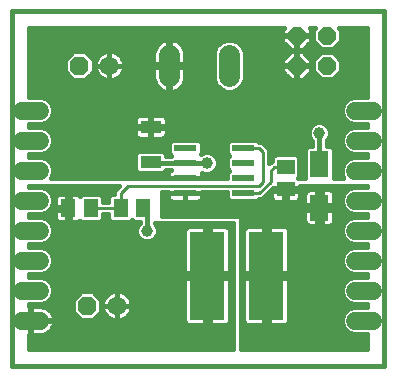
<source format=gtl>
G75*
%MOIN*%
%OFA0B0*%
%FSLAX25Y25*%
%IPPOS*%
%LPD*%
%AMOC8*
5,1,8,0,0,1.08239X$1,22.5*
%
%ADD10C,0.01600*%
%ADD11C,0.06000*%
%ADD12OC8,0.06300*%
%ADD13C,0.06300*%
%ADD14R,0.07100X0.04400*%
%ADD15R,0.06400X0.08600*%
%ADD16R,0.11800X0.29500*%
%ADD17R,0.07800X0.02200*%
%ADD18R,0.05118X0.05906*%
%ADD19R,0.05906X0.05118*%
%ADD20C,0.07050*%
%ADD21OC8,0.06000*%
%ADD22C,0.03962*%
%ADD23C,0.01000*%
D10*
X0008250Y0001800D02*
X0008250Y0119910D01*
X0132266Y0119910D01*
X0132266Y0001800D01*
X0008250Y0001800D01*
X0013850Y0007400D02*
X0013850Y0012000D01*
X0014300Y0012000D01*
X0014300Y0016600D01*
X0014700Y0016600D01*
X0014700Y0017000D01*
X0014300Y0017000D01*
X0014300Y0021600D01*
X0013850Y0021600D01*
X0013850Y0022200D01*
X0018415Y0022200D01*
X0020106Y0022900D01*
X0021400Y0024194D01*
X0022100Y0025885D01*
X0022100Y0027715D01*
X0021400Y0029406D01*
X0020106Y0030700D01*
X0018415Y0031400D01*
X0013850Y0031400D01*
X0013850Y0032200D01*
X0018415Y0032200D01*
X0020106Y0032900D01*
X0021400Y0034194D01*
X0022100Y0035885D01*
X0022100Y0037715D01*
X0021400Y0039406D01*
X0020106Y0040700D01*
X0018415Y0041400D01*
X0013850Y0041400D01*
X0013850Y0042200D01*
X0018415Y0042200D01*
X0020106Y0042900D01*
X0021400Y0044194D01*
X0022100Y0045885D01*
X0022100Y0047715D01*
X0021400Y0049406D01*
X0020106Y0050700D01*
X0018415Y0051400D01*
X0013850Y0051400D01*
X0013850Y0052200D01*
X0018415Y0052200D01*
X0020106Y0052900D01*
X0021400Y0054194D01*
X0022100Y0055885D01*
X0022100Y0057715D01*
X0021400Y0059406D01*
X0020106Y0060700D01*
X0018415Y0061400D01*
X0013850Y0061400D01*
X0013850Y0061800D01*
X0044030Y0061800D01*
X0043630Y0061400D01*
X0042400Y0060170D01*
X0042400Y0058853D01*
X0041288Y0058853D01*
X0040351Y0057915D01*
X0040351Y0056400D01*
X0038649Y0056400D01*
X0038649Y0057915D01*
X0037712Y0058853D01*
X0031268Y0058853D01*
X0030891Y0058476D01*
X0030674Y0058693D01*
X0030264Y0058930D01*
X0029806Y0059053D01*
X0027489Y0059053D01*
X0027489Y0054780D01*
X0026530Y0054780D01*
X0026530Y0059053D01*
X0024214Y0059053D01*
X0023756Y0058930D01*
X0023346Y0058693D01*
X0023010Y0058358D01*
X0022773Y0057948D01*
X0022651Y0057490D01*
X0022651Y0054780D01*
X0026530Y0054780D01*
X0026530Y0053820D01*
X0027489Y0053820D01*
X0027489Y0049547D01*
X0029806Y0049547D01*
X0030264Y0049670D01*
X0030674Y0049907D01*
X0030891Y0050124D01*
X0031268Y0049747D01*
X0037712Y0049747D01*
X0038649Y0050684D01*
X0038649Y0052200D01*
X0040351Y0052200D01*
X0040351Y0050684D01*
X0041288Y0049747D01*
X0047732Y0049747D01*
X0048250Y0050266D01*
X0048768Y0049747D01*
X0050850Y0049747D01*
X0050850Y0049464D01*
X0050214Y0048829D01*
X0049669Y0047512D01*
X0049669Y0046088D01*
X0050214Y0044771D01*
X0051221Y0043764D01*
X0052538Y0043219D01*
X0053962Y0043219D01*
X0055279Y0043764D01*
X0056286Y0044771D01*
X0056831Y0046088D01*
X0056831Y0047512D01*
X0056286Y0048829D01*
X0055814Y0049300D01*
X0082000Y0049300D01*
X0082000Y0007400D01*
X0013850Y0007400D01*
X0013850Y0008194D02*
X0082000Y0008194D01*
X0082000Y0009793D02*
X0013850Y0009793D01*
X0013850Y0011391D02*
X0082000Y0011391D01*
X0082000Y0012990D02*
X0020422Y0012990D01*
X0020627Y0013139D02*
X0021161Y0013673D01*
X0021605Y0014284D01*
X0021948Y0014957D01*
X0022182Y0015676D01*
X0022300Y0016422D01*
X0022300Y0016600D01*
X0014700Y0016600D01*
X0014700Y0012000D01*
X0017878Y0012000D01*
X0018624Y0012118D01*
X0019343Y0012352D01*
X0020016Y0012695D01*
X0020627Y0013139D01*
X0021760Y0014588D02*
X0082000Y0014588D01*
X0080740Y0015945D02*
X0080977Y0016355D01*
X0081100Y0016813D01*
X0081100Y0031000D01*
X0074200Y0031000D01*
X0074200Y0032600D01*
X0081100Y0032600D01*
X0081100Y0046787D01*
X0080977Y0047245D01*
X0080740Y0047655D01*
X0080405Y0047990D01*
X0079995Y0048227D01*
X0079537Y0048350D01*
X0074200Y0048350D01*
X0074200Y0032600D01*
X0072600Y0032600D01*
X0072600Y0048350D01*
X0067263Y0048350D01*
X0066805Y0048227D01*
X0066395Y0047990D01*
X0066060Y0047655D01*
X0065823Y0047245D01*
X0065700Y0046787D01*
X0065700Y0032600D01*
X0072600Y0032600D01*
X0072600Y0031000D01*
X0074200Y0031000D01*
X0074200Y0015250D01*
X0079537Y0015250D01*
X0079995Y0015373D01*
X0080405Y0015610D01*
X0080740Y0015945D01*
X0080880Y0016187D02*
X0082000Y0016187D01*
X0082000Y0017785D02*
X0081100Y0017785D01*
X0081100Y0019384D02*
X0082000Y0019384D01*
X0082000Y0020982D02*
X0081100Y0020982D01*
X0081100Y0022581D02*
X0082000Y0022581D01*
X0082000Y0024179D02*
X0081100Y0024179D01*
X0081100Y0025778D02*
X0082000Y0025778D01*
X0082000Y0027376D02*
X0081100Y0027376D01*
X0081100Y0028975D02*
X0082000Y0028975D01*
X0082000Y0030573D02*
X0081100Y0030573D01*
X0082000Y0032172D02*
X0074200Y0032172D01*
X0074200Y0033770D02*
X0072600Y0033770D01*
X0072600Y0032172D02*
X0013850Y0032172D01*
X0020232Y0030573D02*
X0065700Y0030573D01*
X0065700Y0031000D02*
X0065700Y0016813D01*
X0065823Y0016355D01*
X0066060Y0015945D01*
X0066395Y0015610D01*
X0066805Y0015373D01*
X0067263Y0015250D01*
X0072600Y0015250D01*
X0072600Y0031000D01*
X0065700Y0031000D01*
X0065700Y0028975D02*
X0021578Y0028975D01*
X0022100Y0027376D02*
X0065700Y0027376D01*
X0065700Y0025778D02*
X0046197Y0025778D01*
X0046475Y0025576D02*
X0045844Y0026034D01*
X0045150Y0026387D01*
X0044409Y0026628D01*
X0043640Y0026750D01*
X0043250Y0026750D01*
X0043250Y0021800D01*
X0048200Y0021800D01*
X0048200Y0022190D01*
X0048078Y0022959D01*
X0047837Y0023700D01*
X0047484Y0024394D01*
X0047026Y0025025D01*
X0046475Y0025576D01*
X0047593Y0024179D02*
X0065700Y0024179D01*
X0065700Y0022581D02*
X0048138Y0022581D01*
X0048200Y0021800D02*
X0043250Y0021800D01*
X0043250Y0021800D01*
X0043250Y0021800D01*
X0043250Y0016850D01*
X0043640Y0016850D01*
X0044409Y0016972D01*
X0045150Y0017213D01*
X0045844Y0017566D01*
X0046475Y0018024D01*
X0047026Y0018575D01*
X0047484Y0019206D01*
X0047837Y0019900D01*
X0048078Y0020641D01*
X0048200Y0021410D01*
X0048200Y0021800D01*
X0048132Y0020982D02*
X0065700Y0020982D01*
X0065700Y0019384D02*
X0047574Y0019384D01*
X0046145Y0017785D02*
X0065700Y0017785D01*
X0065920Y0016187D02*
X0022263Y0016187D01*
X0022300Y0017000D02*
X0022300Y0017178D01*
X0022182Y0017924D01*
X0021948Y0018643D01*
X0021605Y0019316D01*
X0021161Y0019927D01*
X0020627Y0020461D01*
X0020016Y0020905D01*
X0019343Y0021248D01*
X0018624Y0021482D01*
X0017878Y0021600D01*
X0014700Y0021600D01*
X0014700Y0017000D01*
X0022300Y0017000D01*
X0022204Y0017785D02*
X0030547Y0017785D01*
X0031282Y0017050D02*
X0035218Y0017050D01*
X0038000Y0019832D01*
X0038000Y0023768D01*
X0035218Y0026550D01*
X0031282Y0026550D01*
X0028500Y0023768D01*
X0028500Y0019832D01*
X0031282Y0017050D01*
X0028949Y0019384D02*
X0021556Y0019384D01*
X0019865Y0020982D02*
X0028500Y0020982D01*
X0028500Y0022581D02*
X0019334Y0022581D01*
X0021385Y0024179D02*
X0028912Y0024179D01*
X0030510Y0025778D02*
X0022056Y0025778D01*
X0014700Y0020982D02*
X0014300Y0020982D01*
X0014300Y0019384D02*
X0014700Y0019384D01*
X0014700Y0017785D02*
X0014300Y0017785D01*
X0014300Y0016187D02*
X0014700Y0016187D01*
X0014700Y0014588D02*
X0014300Y0014588D01*
X0014300Y0012990D02*
X0014700Y0012990D01*
X0035953Y0017785D02*
X0040355Y0017785D01*
X0040656Y0017566D02*
X0040025Y0018024D01*
X0039474Y0018575D01*
X0039016Y0019206D01*
X0038663Y0019900D01*
X0038422Y0020641D01*
X0038300Y0021410D01*
X0038300Y0021800D01*
X0043250Y0021800D01*
X0043250Y0021800D01*
X0043250Y0021800D01*
X0043250Y0026750D01*
X0042860Y0026750D01*
X0042091Y0026628D01*
X0041350Y0026387D01*
X0040656Y0026034D01*
X0040025Y0025576D01*
X0039474Y0025025D01*
X0039016Y0024394D01*
X0038663Y0023700D01*
X0038422Y0022959D01*
X0038300Y0022190D01*
X0038300Y0021800D01*
X0043250Y0021800D01*
X0043250Y0016850D01*
X0042860Y0016850D01*
X0042091Y0016972D01*
X0041350Y0017213D01*
X0040656Y0017566D01*
X0043250Y0017785D02*
X0043250Y0017785D01*
X0043250Y0019384D02*
X0043250Y0019384D01*
X0043250Y0020982D02*
X0043250Y0020982D01*
X0043250Y0022581D02*
X0043250Y0022581D01*
X0043250Y0024179D02*
X0043250Y0024179D01*
X0043250Y0025778D02*
X0043250Y0025778D01*
X0040303Y0025778D02*
X0035990Y0025778D01*
X0037588Y0024179D02*
X0038907Y0024179D01*
X0038362Y0022581D02*
X0038000Y0022581D01*
X0038000Y0020982D02*
X0038368Y0020982D01*
X0038926Y0019384D02*
X0037551Y0019384D01*
X0020976Y0033770D02*
X0065700Y0033770D01*
X0065700Y0035369D02*
X0021886Y0035369D01*
X0022100Y0036967D02*
X0065700Y0036967D01*
X0065700Y0038566D02*
X0021748Y0038566D01*
X0020641Y0040164D02*
X0065700Y0040164D01*
X0065700Y0041763D02*
X0013850Y0041763D01*
X0020567Y0043361D02*
X0052194Y0043361D01*
X0054306Y0043361D02*
X0065700Y0043361D01*
X0065700Y0044960D02*
X0056364Y0044960D01*
X0056831Y0046558D02*
X0065700Y0046558D01*
X0066683Y0048157D02*
X0056564Y0048157D01*
X0053250Y0046800D02*
X0053250Y0053040D01*
X0051990Y0054300D01*
X0048760Y0049755D02*
X0047740Y0049755D01*
X0049936Y0048157D02*
X0021917Y0048157D01*
X0021050Y0049755D02*
X0023608Y0049755D01*
X0023756Y0049670D02*
X0024214Y0049547D01*
X0026530Y0049547D01*
X0026530Y0053820D01*
X0022651Y0053820D01*
X0022651Y0051110D01*
X0022773Y0050652D01*
X0023010Y0050242D01*
X0023346Y0049907D01*
X0023756Y0049670D01*
X0022651Y0051354D02*
X0018526Y0051354D01*
X0020158Y0052952D02*
X0022651Y0052952D01*
X0021547Y0054551D02*
X0026530Y0054551D01*
X0026530Y0056149D02*
X0027489Y0056149D01*
X0027489Y0057748D02*
X0026530Y0057748D01*
X0022720Y0057748D02*
X0022086Y0057748D01*
X0022100Y0056149D02*
X0022651Y0056149D01*
X0026530Y0052952D02*
X0027489Y0052952D01*
X0027489Y0051354D02*
X0026530Y0051354D01*
X0026530Y0049755D02*
X0027489Y0049755D01*
X0030412Y0049755D02*
X0031260Y0049755D01*
X0037720Y0049755D02*
X0041280Y0049755D01*
X0040351Y0051354D02*
X0038649Y0051354D01*
X0038649Y0057748D02*
X0040351Y0057748D01*
X0042400Y0059346D02*
X0021424Y0059346D01*
X0019514Y0060945D02*
X0043175Y0060945D01*
X0049350Y0066787D02*
X0050287Y0065850D01*
X0058713Y0065850D01*
X0059650Y0066787D01*
X0059650Y0066900D01*
X0061148Y0066900D01*
X0061045Y0066840D01*
X0060710Y0066505D01*
X0060473Y0066095D01*
X0060350Y0065637D01*
X0060350Y0064300D01*
X0066050Y0064300D01*
X0071750Y0064300D01*
X0071750Y0065637D01*
X0071627Y0066095D01*
X0071626Y0066096D01*
X0072538Y0065719D01*
X0073962Y0065719D01*
X0075279Y0066264D01*
X0076286Y0067271D01*
X0076831Y0068588D01*
X0076831Y0070012D01*
X0076286Y0071329D01*
X0075279Y0072336D01*
X0073962Y0072881D01*
X0072538Y0072881D01*
X0071439Y0072426D01*
X0071550Y0072537D01*
X0071550Y0076063D01*
X0070613Y0077000D01*
X0061487Y0077000D01*
X0060550Y0076063D01*
X0060550Y0072537D01*
X0061287Y0071800D01*
X0061187Y0071700D01*
X0059650Y0071700D01*
X0059650Y0072513D01*
X0058713Y0073450D01*
X0050287Y0073450D01*
X0049350Y0072513D01*
X0049350Y0066787D01*
X0049350Y0067339D02*
X0022100Y0067339D01*
X0022100Y0067715D02*
X0022100Y0065885D01*
X0021443Y0064300D01*
X0066050Y0064300D01*
X0066050Y0064300D01*
X0079950Y0064300D01*
X0079950Y0066063D01*
X0080687Y0066800D01*
X0079950Y0067537D01*
X0079950Y0071063D01*
X0080687Y0071800D01*
X0079950Y0072537D01*
X0079950Y0076063D01*
X0080887Y0077000D01*
X0090013Y0077000D01*
X0090613Y0076400D01*
X0091620Y0076400D01*
X0092870Y0075150D01*
X0094100Y0073920D01*
X0094100Y0069370D01*
X0094880Y0070150D01*
X0094947Y0070150D01*
X0094947Y0071262D01*
X0095884Y0072199D01*
X0103115Y0072199D01*
X0104053Y0071262D01*
X0104053Y0064818D01*
X0103534Y0064300D01*
X0105950Y0064300D01*
X0105950Y0074063D01*
X0106887Y0075000D01*
X0108350Y0075000D01*
X0108350Y0076636D01*
X0107714Y0077271D01*
X0107169Y0078588D01*
X0107169Y0080012D01*
X0107714Y0081329D01*
X0108721Y0082336D01*
X0110038Y0082881D01*
X0111462Y0082881D01*
X0112779Y0082336D01*
X0113786Y0081329D01*
X0114331Y0080012D01*
X0114331Y0078588D01*
X0113786Y0077271D01*
X0113150Y0076636D01*
X0113150Y0075000D01*
X0114613Y0075000D01*
X0115550Y0074063D01*
X0115550Y0064300D01*
X0118807Y0064300D01*
X0118150Y0065885D01*
X0118150Y0067715D01*
X0118850Y0069406D01*
X0120144Y0070700D01*
X0121835Y0071400D01*
X0126666Y0071400D01*
X0126666Y0072200D01*
X0121835Y0072200D01*
X0120144Y0072900D01*
X0118850Y0074194D01*
X0118150Y0075885D01*
X0118150Y0077715D01*
X0118850Y0079406D01*
X0120144Y0080700D01*
X0121835Y0081400D01*
X0126666Y0081400D01*
X0126666Y0082200D01*
X0121835Y0082200D01*
X0120144Y0082900D01*
X0118850Y0084194D01*
X0118150Y0085885D01*
X0118150Y0087715D01*
X0118850Y0089406D01*
X0120144Y0090700D01*
X0121835Y0091400D01*
X0126666Y0091400D01*
X0126666Y0114310D01*
X0117245Y0114310D01*
X0117850Y0113705D01*
X0117850Y0109895D01*
X0115155Y0107200D01*
X0111345Y0107200D01*
X0108650Y0109895D01*
X0108650Y0113705D01*
X0109255Y0114310D01*
X0107528Y0114310D01*
X0108050Y0113788D01*
X0108050Y0112000D01*
X0103450Y0112000D01*
X0103450Y0111600D01*
X0108050Y0111600D01*
X0108050Y0109812D01*
X0105238Y0107000D01*
X0103450Y0107000D01*
X0103450Y0111600D01*
X0103050Y0111600D01*
X0103050Y0107000D01*
X0101262Y0107000D01*
X0098450Y0109812D01*
X0098450Y0111600D01*
X0103050Y0111600D01*
X0103050Y0112000D01*
X0098450Y0112000D01*
X0098450Y0113788D01*
X0098972Y0114310D01*
X0013850Y0114310D01*
X0013850Y0091400D01*
X0018415Y0091400D01*
X0020106Y0090700D01*
X0021400Y0089406D01*
X0022100Y0087715D01*
X0022100Y0085885D01*
X0021400Y0084194D01*
X0020106Y0082900D01*
X0018415Y0082200D01*
X0013850Y0082200D01*
X0013850Y0081400D01*
X0018415Y0081400D01*
X0020106Y0080700D01*
X0021400Y0079406D01*
X0022100Y0077715D01*
X0022100Y0075885D01*
X0021400Y0074194D01*
X0020106Y0072900D01*
X0018415Y0072200D01*
X0013850Y0072200D01*
X0013850Y0071400D01*
X0018415Y0071400D01*
X0020106Y0070700D01*
X0021400Y0069406D01*
X0022100Y0067715D01*
X0021594Y0068937D02*
X0049350Y0068937D01*
X0049350Y0070536D02*
X0020269Y0070536D01*
X0020938Y0073733D02*
X0060550Y0073733D01*
X0060953Y0072134D02*
X0059650Y0072134D01*
X0060550Y0075332D02*
X0021871Y0075332D01*
X0022100Y0076930D02*
X0061417Y0076930D01*
X0059490Y0078145D02*
X0059727Y0078555D01*
X0059850Y0079013D01*
X0059850Y0081150D01*
X0054800Y0081150D01*
X0054800Y0081750D01*
X0054200Y0081750D01*
X0054200Y0085450D01*
X0050713Y0085450D01*
X0050255Y0085327D01*
X0049845Y0085090D01*
X0049510Y0084755D01*
X0049273Y0084345D01*
X0049150Y0083887D01*
X0049150Y0081750D01*
X0054200Y0081750D01*
X0054200Y0081150D01*
X0054800Y0081150D01*
X0054800Y0077450D01*
X0058287Y0077450D01*
X0058745Y0077573D01*
X0059155Y0077810D01*
X0059490Y0078145D01*
X0059712Y0078529D02*
X0107193Y0078529D01*
X0108056Y0076930D02*
X0090083Y0076930D01*
X0092688Y0075332D02*
X0108350Y0075332D01*
X0105950Y0073733D02*
X0094100Y0073733D01*
X0094100Y0072134D02*
X0095820Y0072134D01*
X0094947Y0070536D02*
X0094100Y0070536D01*
X0103180Y0072134D02*
X0105950Y0072134D01*
X0105950Y0070536D02*
X0104053Y0070536D01*
X0104053Y0068937D02*
X0105950Y0068937D01*
X0105950Y0067339D02*
X0104053Y0067339D01*
X0104053Y0065740D02*
X0105950Y0065740D01*
X0104253Y0061800D02*
X0126666Y0061800D01*
X0126666Y0061400D01*
X0121835Y0061400D01*
X0120144Y0060700D01*
X0118850Y0059406D01*
X0118150Y0057715D01*
X0118150Y0055885D01*
X0118850Y0054194D01*
X0120144Y0052900D01*
X0121835Y0052200D01*
X0126666Y0052200D01*
X0126666Y0051400D01*
X0121835Y0051400D01*
X0120144Y0050700D01*
X0118850Y0049406D01*
X0118150Y0047715D01*
X0118150Y0045885D01*
X0118850Y0044194D01*
X0120144Y0042900D01*
X0121835Y0042200D01*
X0126666Y0042200D01*
X0126666Y0041400D01*
X0121835Y0041400D01*
X0120144Y0040700D01*
X0118850Y0039406D01*
X0118150Y0037715D01*
X0118150Y0035885D01*
X0118850Y0034194D01*
X0120144Y0032900D01*
X0121835Y0032200D01*
X0126666Y0032200D01*
X0126666Y0031400D01*
X0121835Y0031400D01*
X0120144Y0030700D01*
X0118850Y0029406D01*
X0118150Y0027715D01*
X0118150Y0025885D01*
X0118850Y0024194D01*
X0120144Y0022900D01*
X0121835Y0022200D01*
X0126666Y0022200D01*
X0126666Y0021400D01*
X0121835Y0021400D01*
X0120144Y0020700D01*
X0118850Y0019406D01*
X0118150Y0017715D01*
X0118150Y0015885D01*
X0118850Y0014194D01*
X0120144Y0012900D01*
X0121835Y0012200D01*
X0126666Y0012200D01*
X0126666Y0007400D01*
X0084500Y0007400D01*
X0084500Y0051800D01*
X0058250Y0051800D01*
X0058250Y0059700D01*
X0060350Y0059700D01*
X0060350Y0059300D01*
X0066050Y0059300D01*
X0071750Y0059300D01*
X0071750Y0059700D01*
X0079950Y0059700D01*
X0079950Y0057537D01*
X0080887Y0056600D01*
X0090013Y0056600D01*
X0090613Y0057200D01*
X0091620Y0057200D01*
X0095370Y0060950D01*
X0095459Y0061039D01*
X0099020Y0061039D01*
X0099020Y0060080D01*
X0094747Y0060080D01*
X0094747Y0057764D01*
X0094870Y0057306D01*
X0095107Y0056896D01*
X0095442Y0056560D01*
X0095852Y0056323D01*
X0096310Y0056201D01*
X0099020Y0056201D01*
X0099020Y0060080D01*
X0099980Y0060080D01*
X0099980Y0061039D01*
X0104253Y0061039D01*
X0104253Y0061800D01*
X0104253Y0060080D02*
X0104253Y0057764D01*
X0104130Y0057306D01*
X0103893Y0056896D01*
X0103558Y0056560D01*
X0103148Y0056323D01*
X0102690Y0056201D01*
X0099980Y0056201D01*
X0099980Y0060080D01*
X0104253Y0060080D01*
X0104253Y0059346D02*
X0105833Y0059346D01*
X0105873Y0059495D02*
X0105750Y0059037D01*
X0105750Y0055300D01*
X0109950Y0055300D01*
X0109950Y0060600D01*
X0107313Y0060600D01*
X0106855Y0060477D01*
X0106445Y0060240D01*
X0106110Y0059905D01*
X0105873Y0059495D01*
X0105750Y0057748D02*
X0104248Y0057748D01*
X0105750Y0056149D02*
X0058250Y0056149D01*
X0058250Y0054551D02*
X0109950Y0054551D01*
X0109950Y0055300D02*
X0109950Y0053700D01*
X0111550Y0053700D01*
X0111550Y0055300D01*
X0109950Y0055300D01*
X0109950Y0056149D02*
X0111550Y0056149D01*
X0111550Y0055300D02*
X0111550Y0060600D01*
X0114187Y0060600D01*
X0114645Y0060477D01*
X0115055Y0060240D01*
X0115390Y0059905D01*
X0115627Y0059495D01*
X0115750Y0059037D01*
X0115750Y0055300D01*
X0111550Y0055300D01*
X0111550Y0054551D02*
X0118703Y0054551D01*
X0118150Y0056149D02*
X0115750Y0056149D01*
X0115750Y0057748D02*
X0118164Y0057748D01*
X0118826Y0059346D02*
X0115667Y0059346D01*
X0111550Y0059346D02*
X0109950Y0059346D01*
X0109950Y0057748D02*
X0111550Y0057748D01*
X0111550Y0053700D02*
X0115750Y0053700D01*
X0115750Y0049963D01*
X0115627Y0049505D01*
X0115390Y0049095D01*
X0115055Y0048760D01*
X0114645Y0048523D01*
X0114187Y0048400D01*
X0111550Y0048400D01*
X0111550Y0053700D01*
X0111550Y0052952D02*
X0109950Y0052952D01*
X0109950Y0053700D02*
X0109950Y0048400D01*
X0107313Y0048400D01*
X0106855Y0048523D01*
X0106445Y0048760D01*
X0106110Y0049095D01*
X0105873Y0049505D01*
X0105750Y0049963D01*
X0105750Y0053700D01*
X0109950Y0053700D01*
X0109950Y0051354D02*
X0111550Y0051354D01*
X0111550Y0049755D02*
X0109950Y0049755D01*
X0105806Y0049755D02*
X0084500Y0049755D01*
X0084500Y0048157D02*
X0086383Y0048157D01*
X0086505Y0048227D02*
X0086095Y0047990D01*
X0085760Y0047655D01*
X0085523Y0047245D01*
X0085400Y0046787D01*
X0085400Y0032600D01*
X0092300Y0032600D01*
X0092300Y0048350D01*
X0086963Y0048350D01*
X0086505Y0048227D01*
X0085400Y0046558D02*
X0084500Y0046558D01*
X0084500Y0044960D02*
X0085400Y0044960D01*
X0085400Y0043361D02*
X0084500Y0043361D01*
X0084500Y0041763D02*
X0085400Y0041763D01*
X0085400Y0040164D02*
X0084500Y0040164D01*
X0084500Y0038566D02*
X0085400Y0038566D01*
X0085400Y0036967D02*
X0084500Y0036967D01*
X0084500Y0035369D02*
X0085400Y0035369D01*
X0085400Y0033770D02*
X0084500Y0033770D01*
X0084500Y0032172D02*
X0092300Y0032172D01*
X0092300Y0032600D02*
X0092300Y0031000D01*
X0093900Y0031000D01*
X0093900Y0032600D01*
X0100800Y0032600D01*
X0100800Y0046787D01*
X0100677Y0047245D01*
X0100440Y0047655D01*
X0100105Y0047990D01*
X0099695Y0048227D01*
X0099237Y0048350D01*
X0093900Y0048350D01*
X0093900Y0032600D01*
X0092300Y0032600D01*
X0092300Y0033770D02*
X0093900Y0033770D01*
X0093900Y0032172D02*
X0126666Y0032172D01*
X0120018Y0030573D02*
X0100800Y0030573D01*
X0100800Y0031000D02*
X0093900Y0031000D01*
X0093900Y0015250D01*
X0099237Y0015250D01*
X0099695Y0015373D01*
X0100105Y0015610D01*
X0100440Y0015945D01*
X0100677Y0016355D01*
X0100800Y0016813D01*
X0100800Y0031000D01*
X0100800Y0028975D02*
X0118672Y0028975D01*
X0118150Y0027376D02*
X0100800Y0027376D01*
X0100800Y0025778D02*
X0118194Y0025778D01*
X0118865Y0024179D02*
X0100800Y0024179D01*
X0100800Y0022581D02*
X0120916Y0022581D01*
X0120826Y0020982D02*
X0100800Y0020982D01*
X0100800Y0019384D02*
X0118841Y0019384D01*
X0118179Y0017785D02*
X0100800Y0017785D01*
X0100580Y0016187D02*
X0118150Y0016187D01*
X0118687Y0014588D02*
X0084500Y0014588D01*
X0084500Y0012990D02*
X0120055Y0012990D01*
X0126666Y0011391D02*
X0084500Y0011391D01*
X0084500Y0009793D02*
X0126666Y0009793D01*
X0126666Y0008194D02*
X0084500Y0008194D01*
X0086505Y0015373D02*
X0086963Y0015250D01*
X0092300Y0015250D01*
X0092300Y0031000D01*
X0085400Y0031000D01*
X0085400Y0016813D01*
X0085523Y0016355D01*
X0085760Y0015945D01*
X0086095Y0015610D01*
X0086505Y0015373D01*
X0085620Y0016187D02*
X0084500Y0016187D01*
X0084500Y0017785D02*
X0085400Y0017785D01*
X0085400Y0019384D02*
X0084500Y0019384D01*
X0084500Y0020982D02*
X0085400Y0020982D01*
X0085400Y0022581D02*
X0084500Y0022581D01*
X0084500Y0024179D02*
X0085400Y0024179D01*
X0085400Y0025778D02*
X0084500Y0025778D01*
X0084500Y0027376D02*
X0085400Y0027376D01*
X0085400Y0028975D02*
X0084500Y0028975D01*
X0084500Y0030573D02*
X0085400Y0030573D01*
X0082000Y0033770D02*
X0081100Y0033770D01*
X0081100Y0035369D02*
X0082000Y0035369D01*
X0082000Y0036967D02*
X0081100Y0036967D01*
X0081100Y0038566D02*
X0082000Y0038566D01*
X0082000Y0040164D02*
X0081100Y0040164D01*
X0081100Y0041763D02*
X0082000Y0041763D01*
X0082000Y0043361D02*
X0081100Y0043361D01*
X0081100Y0044960D02*
X0082000Y0044960D01*
X0082000Y0046558D02*
X0081100Y0046558D01*
X0082000Y0048157D02*
X0080117Y0048157D01*
X0084500Y0051354D02*
X0105750Y0051354D01*
X0105750Y0052952D02*
X0058250Y0052952D01*
X0061045Y0056760D02*
X0061455Y0056523D01*
X0061913Y0056400D01*
X0066050Y0056400D01*
X0070187Y0056400D01*
X0070645Y0056523D01*
X0071055Y0056760D01*
X0071390Y0057095D01*
X0071627Y0057505D01*
X0071750Y0057963D01*
X0071750Y0059300D01*
X0066050Y0059300D01*
X0066050Y0059300D01*
X0066050Y0056400D01*
X0066050Y0059300D01*
X0066050Y0059300D01*
X0066050Y0059300D01*
X0060350Y0059300D01*
X0060350Y0057963D01*
X0060473Y0057505D01*
X0060710Y0057095D01*
X0061045Y0056760D01*
X0060408Y0057748D02*
X0058250Y0057748D01*
X0058250Y0059346D02*
X0060350Y0059346D01*
X0066050Y0057748D02*
X0066050Y0057748D01*
X0071692Y0057748D02*
X0079950Y0057748D01*
X0079950Y0059346D02*
X0071750Y0059346D01*
X0066050Y0064300D02*
X0066050Y0064300D01*
X0066050Y0069300D02*
X0073250Y0069300D01*
X0076614Y0070536D02*
X0079950Y0070536D01*
X0079950Y0068937D02*
X0076831Y0068937D01*
X0076314Y0067339D02*
X0080148Y0067339D01*
X0079950Y0065740D02*
X0074014Y0065740D01*
X0072486Y0065740D02*
X0071722Y0065740D01*
X0066050Y0069300D02*
X0054850Y0069300D01*
X0054500Y0069650D01*
X0049350Y0072134D02*
X0013850Y0072134D01*
X0021763Y0078529D02*
X0049288Y0078529D01*
X0049273Y0078555D02*
X0049510Y0078145D01*
X0049845Y0077810D01*
X0050255Y0077573D01*
X0050713Y0077450D01*
X0054200Y0077450D01*
X0054200Y0081150D01*
X0049150Y0081150D01*
X0049150Y0079013D01*
X0049273Y0078555D01*
X0049150Y0080127D02*
X0020678Y0080127D01*
X0020529Y0083324D02*
X0049150Y0083324D01*
X0049677Y0084923D02*
X0021701Y0084923D01*
X0022100Y0086521D02*
X0118150Y0086521D01*
X0118318Y0088120D02*
X0021932Y0088120D01*
X0021087Y0089718D02*
X0119163Y0089718D01*
X0121634Y0091317D02*
X0018616Y0091317D01*
X0013850Y0092915D02*
X0126666Y0092915D01*
X0126666Y0094514D02*
X0084237Y0094514D01*
X0083653Y0093930D02*
X0085095Y0095372D01*
X0085875Y0097256D01*
X0085875Y0106344D01*
X0085095Y0108228D01*
X0083653Y0109670D01*
X0081769Y0110450D01*
X0079731Y0110450D01*
X0077847Y0109670D01*
X0076405Y0108228D01*
X0075625Y0106344D01*
X0075625Y0097256D01*
X0076405Y0095372D01*
X0077847Y0093930D01*
X0079731Y0093150D01*
X0081769Y0093150D01*
X0083653Y0093930D01*
X0085401Y0096112D02*
X0126666Y0096112D01*
X0126666Y0097711D02*
X0115666Y0097711D01*
X0115155Y0097200D02*
X0117850Y0099895D01*
X0117850Y0103705D01*
X0115155Y0106400D01*
X0111345Y0106400D01*
X0108650Y0103705D01*
X0108650Y0099895D01*
X0111345Y0097200D01*
X0115155Y0097200D01*
X0117265Y0099309D02*
X0126666Y0099309D01*
X0126666Y0100908D02*
X0117850Y0100908D01*
X0117850Y0102506D02*
X0126666Y0102506D01*
X0126666Y0104105D02*
X0117451Y0104105D01*
X0115852Y0105703D02*
X0126666Y0105703D01*
X0126666Y0107302D02*
X0115257Y0107302D01*
X0116856Y0108900D02*
X0126666Y0108900D01*
X0126666Y0110499D02*
X0117850Y0110499D01*
X0117850Y0112097D02*
X0126666Y0112097D01*
X0126666Y0113696D02*
X0117850Y0113696D01*
X0111243Y0107302D02*
X0105540Y0107302D01*
X0105238Y0106600D02*
X0103450Y0106600D01*
X0103450Y0102000D01*
X0103050Y0102000D01*
X0103050Y0106600D01*
X0101262Y0106600D01*
X0098450Y0103788D01*
X0098450Y0102000D01*
X0103050Y0102000D01*
X0103050Y0101600D01*
X0098450Y0101600D01*
X0098450Y0099812D01*
X0101262Y0097000D01*
X0103050Y0097000D01*
X0103050Y0101600D01*
X0103450Y0101600D01*
X0103450Y0102000D01*
X0108050Y0102000D01*
X0108050Y0103788D01*
X0105238Y0106600D01*
X0106135Y0105703D02*
X0110648Y0105703D01*
X0109049Y0104105D02*
X0107733Y0104105D01*
X0108050Y0102506D02*
X0108650Y0102506D01*
X0108050Y0101600D02*
X0103450Y0101600D01*
X0103450Y0097000D01*
X0105238Y0097000D01*
X0108050Y0099812D01*
X0108050Y0101600D01*
X0108050Y0100908D02*
X0108650Y0100908D01*
X0109235Y0099309D02*
X0107547Y0099309D01*
X0105949Y0097711D02*
X0110834Y0097711D01*
X0103450Y0097711D02*
X0103050Y0097711D01*
X0103050Y0099309D02*
X0103450Y0099309D01*
X0103450Y0100908D02*
X0103050Y0100908D01*
X0103050Y0102506D02*
X0103450Y0102506D01*
X0103450Y0104105D02*
X0103050Y0104105D01*
X0103050Y0105703D02*
X0103450Y0105703D01*
X0103450Y0107302D02*
X0103050Y0107302D01*
X0103050Y0108900D02*
X0103450Y0108900D01*
X0103450Y0110499D02*
X0103050Y0110499D01*
X0100960Y0107302D02*
X0085478Y0107302D01*
X0084423Y0108900D02*
X0099362Y0108900D01*
X0098450Y0110499D02*
X0062059Y0110499D01*
X0061997Y0110519D02*
X0061169Y0110650D01*
X0061125Y0110650D01*
X0061125Y0102175D01*
X0066075Y0102175D01*
X0066075Y0105744D01*
X0065944Y0106572D01*
X0065685Y0107369D01*
X0065304Y0108116D01*
X0064812Y0108794D01*
X0064219Y0109387D01*
X0063541Y0109879D01*
X0062794Y0110260D01*
X0061997Y0110519D01*
X0061125Y0110499D02*
X0060375Y0110499D01*
X0060375Y0110650D02*
X0060331Y0110650D01*
X0059503Y0110519D01*
X0058706Y0110260D01*
X0057959Y0109879D01*
X0057281Y0109387D01*
X0056688Y0108794D01*
X0056196Y0108116D01*
X0055815Y0107369D01*
X0055556Y0106572D01*
X0055425Y0105744D01*
X0055425Y0102175D01*
X0060375Y0102175D01*
X0060375Y0110650D01*
X0059441Y0110499D02*
X0013850Y0110499D01*
X0013850Y0108900D02*
X0056795Y0108900D01*
X0055793Y0107302D02*
X0013850Y0107302D01*
X0013850Y0105703D02*
X0027936Y0105703D01*
X0028782Y0106550D02*
X0026000Y0103768D01*
X0026000Y0099832D01*
X0028782Y0097050D01*
X0032718Y0097050D01*
X0035500Y0099832D01*
X0035500Y0103768D01*
X0032718Y0106550D01*
X0028782Y0106550D01*
X0026337Y0104105D02*
X0013850Y0104105D01*
X0013850Y0102506D02*
X0026000Y0102506D01*
X0026000Y0100908D02*
X0013850Y0100908D01*
X0013850Y0099309D02*
X0026523Y0099309D01*
X0028122Y0097711D02*
X0013850Y0097711D01*
X0013850Y0096112D02*
X0055876Y0096112D01*
X0055815Y0096231D02*
X0056196Y0095484D01*
X0056688Y0094806D01*
X0057281Y0094213D01*
X0057959Y0093721D01*
X0058706Y0093340D01*
X0059503Y0093081D01*
X0060331Y0092950D01*
X0060375Y0092950D01*
X0060375Y0101425D01*
X0061125Y0101425D01*
X0061125Y0102175D01*
X0060375Y0102175D01*
X0060375Y0101425D01*
X0055425Y0101425D01*
X0055425Y0097856D01*
X0055556Y0097028D01*
X0055815Y0096231D01*
X0055448Y0097711D02*
X0043543Y0097711D01*
X0043344Y0097566D02*
X0043975Y0098024D01*
X0044526Y0098575D01*
X0044984Y0099206D01*
X0045337Y0099900D01*
X0045578Y0100641D01*
X0045700Y0101410D01*
X0045700Y0101800D01*
X0045700Y0102190D01*
X0045578Y0102959D01*
X0045337Y0103700D01*
X0044984Y0104394D01*
X0044526Y0105025D01*
X0043975Y0105576D01*
X0043344Y0106034D01*
X0042650Y0106387D01*
X0041909Y0106628D01*
X0041140Y0106750D01*
X0040750Y0106750D01*
X0040750Y0101800D01*
X0045700Y0101800D01*
X0040750Y0101800D01*
X0040750Y0101800D01*
X0040750Y0101800D01*
X0040750Y0096850D01*
X0041140Y0096850D01*
X0041909Y0096972D01*
X0042650Y0097213D01*
X0043344Y0097566D01*
X0040750Y0097711D02*
X0040750Y0097711D01*
X0040750Y0096850D02*
X0040360Y0096850D01*
X0039591Y0096972D01*
X0038850Y0097213D01*
X0038156Y0097566D01*
X0037525Y0098024D01*
X0036974Y0098575D01*
X0036516Y0099206D01*
X0036163Y0099900D01*
X0035922Y0100641D01*
X0035800Y0101410D01*
X0035800Y0101800D01*
X0040750Y0101800D01*
X0040750Y0101800D01*
X0040750Y0101800D01*
X0040750Y0106750D01*
X0040360Y0106750D01*
X0039591Y0106628D01*
X0038850Y0106387D01*
X0038156Y0106034D01*
X0037525Y0105576D01*
X0036974Y0105025D01*
X0036516Y0104394D01*
X0036163Y0103700D01*
X0035922Y0102959D01*
X0035800Y0102190D01*
X0035800Y0101800D01*
X0040750Y0101800D01*
X0040750Y0096850D01*
X0040750Y0099309D02*
X0040750Y0099309D01*
X0040750Y0100908D02*
X0040750Y0100908D01*
X0040750Y0102506D02*
X0040750Y0102506D01*
X0040750Y0104105D02*
X0040750Y0104105D01*
X0040750Y0105703D02*
X0040750Y0105703D01*
X0043799Y0105703D02*
X0055425Y0105703D01*
X0055425Y0104105D02*
X0045131Y0104105D01*
X0045650Y0102506D02*
X0055425Y0102506D01*
X0055425Y0100908D02*
X0045620Y0100908D01*
X0045036Y0099309D02*
X0055425Y0099309D01*
X0060375Y0099309D02*
X0061125Y0099309D01*
X0061125Y0097711D02*
X0060375Y0097711D01*
X0060375Y0096112D02*
X0061125Y0096112D01*
X0061125Y0094514D02*
X0060375Y0094514D01*
X0061125Y0092950D02*
X0061169Y0092950D01*
X0061997Y0093081D01*
X0062794Y0093340D01*
X0063541Y0093721D01*
X0064219Y0094213D01*
X0064812Y0094806D01*
X0065304Y0095484D01*
X0065685Y0096231D01*
X0065944Y0097028D01*
X0066075Y0097856D01*
X0066075Y0101425D01*
X0061125Y0101425D01*
X0061125Y0092950D01*
X0064519Y0094514D02*
X0077263Y0094514D01*
X0076099Y0096112D02*
X0065624Y0096112D01*
X0066052Y0097711D02*
X0075625Y0097711D01*
X0075625Y0099309D02*
X0066075Y0099309D01*
X0066075Y0100908D02*
X0075625Y0100908D01*
X0075625Y0102506D02*
X0066075Y0102506D01*
X0066075Y0104105D02*
X0075625Y0104105D01*
X0075625Y0105703D02*
X0066075Y0105703D01*
X0065707Y0107302D02*
X0076022Y0107302D01*
X0077077Y0108900D02*
X0064705Y0108900D01*
X0061125Y0108900D02*
X0060375Y0108900D01*
X0060375Y0107302D02*
X0061125Y0107302D01*
X0061125Y0105703D02*
X0060375Y0105703D01*
X0060375Y0104105D02*
X0061125Y0104105D01*
X0061125Y0102506D02*
X0060375Y0102506D01*
X0060375Y0100908D02*
X0061125Y0100908D01*
X0056981Y0094514D02*
X0013850Y0094514D01*
X0013850Y0081726D02*
X0054200Y0081726D01*
X0054800Y0081726D02*
X0108111Y0081726D01*
X0107216Y0080127D02*
X0059850Y0080127D01*
X0059850Y0081750D02*
X0059850Y0083887D01*
X0059727Y0084345D01*
X0059490Y0084755D01*
X0059155Y0085090D01*
X0058745Y0085327D01*
X0058287Y0085450D01*
X0054800Y0085450D01*
X0054800Y0081750D01*
X0059850Y0081750D01*
X0059850Y0083324D02*
X0119721Y0083324D01*
X0118549Y0084923D02*
X0059323Y0084923D01*
X0054800Y0084923D02*
X0054200Y0084923D01*
X0054200Y0083324D02*
X0054800Y0083324D01*
X0054800Y0080127D02*
X0054200Y0080127D01*
X0054200Y0078529D02*
X0054800Y0078529D01*
X0060378Y0065740D02*
X0022040Y0065740D01*
X0022100Y0046558D02*
X0049669Y0046558D01*
X0050136Y0044960D02*
X0021717Y0044960D01*
X0070683Y0076930D02*
X0080817Y0076930D01*
X0079950Y0075332D02*
X0071550Y0075332D01*
X0071550Y0073733D02*
X0079950Y0073733D01*
X0080353Y0072134D02*
X0075480Y0072134D01*
X0092168Y0057748D02*
X0094752Y0057748D01*
X0094747Y0059346D02*
X0093766Y0059346D01*
X0095365Y0060945D02*
X0099020Y0060945D01*
X0099980Y0060945D02*
X0120736Y0060945D01*
X0118210Y0065740D02*
X0115550Y0065740D01*
X0115550Y0067339D02*
X0118150Y0067339D01*
X0118656Y0068937D02*
X0115550Y0068937D01*
X0115550Y0070536D02*
X0119981Y0070536D01*
X0119312Y0073733D02*
X0115550Y0073733D01*
X0115550Y0072134D02*
X0126666Y0072134D01*
X0118379Y0075332D02*
X0113150Y0075332D01*
X0113444Y0076930D02*
X0118150Y0076930D01*
X0118487Y0078529D02*
X0114307Y0078529D01*
X0114284Y0080127D02*
X0119572Y0080127D01*
X0113389Y0081726D02*
X0126666Y0081726D01*
X0110750Y0079300D02*
X0110750Y0069100D01*
X0099980Y0059346D02*
X0099020Y0059346D01*
X0099020Y0057748D02*
X0099980Y0057748D01*
X0099817Y0048157D02*
X0118333Y0048157D01*
X0119200Y0049755D02*
X0115694Y0049755D01*
X0115750Y0051354D02*
X0121724Y0051354D01*
X0120092Y0052952D02*
X0115750Y0052952D01*
X0118150Y0046558D02*
X0100800Y0046558D01*
X0100800Y0044960D02*
X0118533Y0044960D01*
X0119683Y0043361D02*
X0100800Y0043361D01*
X0100800Y0041763D02*
X0126666Y0041763D01*
X0119609Y0040164D02*
X0100800Y0040164D01*
X0100800Y0038566D02*
X0118502Y0038566D01*
X0118150Y0036967D02*
X0100800Y0036967D01*
X0100800Y0035369D02*
X0118364Y0035369D01*
X0119274Y0033770D02*
X0100800Y0033770D01*
X0093900Y0035369D02*
X0092300Y0035369D01*
X0092300Y0036967D02*
X0093900Y0036967D01*
X0093900Y0038566D02*
X0092300Y0038566D01*
X0092300Y0040164D02*
X0093900Y0040164D01*
X0093900Y0041763D02*
X0092300Y0041763D01*
X0092300Y0043361D02*
X0093900Y0043361D01*
X0093900Y0044960D02*
X0092300Y0044960D01*
X0092300Y0046558D02*
X0093900Y0046558D01*
X0093900Y0048157D02*
X0092300Y0048157D01*
X0074200Y0048157D02*
X0072600Y0048157D01*
X0072600Y0046558D02*
X0074200Y0046558D01*
X0074200Y0044960D02*
X0072600Y0044960D01*
X0072600Y0043361D02*
X0074200Y0043361D01*
X0074200Y0041763D02*
X0072600Y0041763D01*
X0072600Y0040164D02*
X0074200Y0040164D01*
X0074200Y0038566D02*
X0072600Y0038566D01*
X0072600Y0036967D02*
X0074200Y0036967D01*
X0074200Y0035369D02*
X0072600Y0035369D01*
X0072600Y0030573D02*
X0074200Y0030573D01*
X0074200Y0028975D02*
X0072600Y0028975D01*
X0072600Y0027376D02*
X0074200Y0027376D01*
X0074200Y0025778D02*
X0072600Y0025778D01*
X0072600Y0024179D02*
X0074200Y0024179D01*
X0074200Y0022581D02*
X0072600Y0022581D01*
X0072600Y0020982D02*
X0074200Y0020982D01*
X0074200Y0019384D02*
X0072600Y0019384D01*
X0072600Y0017785D02*
X0074200Y0017785D01*
X0074200Y0016187D02*
X0072600Y0016187D01*
X0092300Y0016187D02*
X0093900Y0016187D01*
X0093900Y0017785D02*
X0092300Y0017785D01*
X0092300Y0019384D02*
X0093900Y0019384D01*
X0093900Y0020982D02*
X0092300Y0020982D01*
X0092300Y0022581D02*
X0093900Y0022581D01*
X0093900Y0024179D02*
X0092300Y0024179D01*
X0092300Y0025778D02*
X0093900Y0025778D01*
X0093900Y0027376D02*
X0092300Y0027376D01*
X0092300Y0028975D02*
X0093900Y0028975D01*
X0093900Y0030573D02*
X0092300Y0030573D01*
X0085875Y0097711D02*
X0100551Y0097711D01*
X0098953Y0099309D02*
X0085875Y0099309D01*
X0085875Y0100908D02*
X0098450Y0100908D01*
X0098450Y0102506D02*
X0085875Y0102506D01*
X0085875Y0104105D02*
X0098767Y0104105D01*
X0100365Y0105703D02*
X0085875Y0105703D01*
X0098450Y0112097D02*
X0013850Y0112097D01*
X0013850Y0113696D02*
X0098450Y0113696D01*
X0107138Y0108900D02*
X0109644Y0108900D01*
X0108650Y0110499D02*
X0108050Y0110499D01*
X0108050Y0112097D02*
X0108650Y0112097D01*
X0108650Y0113696D02*
X0108050Y0113696D01*
X0037957Y0097711D02*
X0033378Y0097711D01*
X0034977Y0099309D02*
X0036464Y0099309D01*
X0035880Y0100908D02*
X0035500Y0100908D01*
X0035500Y0102506D02*
X0035850Y0102506D01*
X0036369Y0104105D02*
X0035163Y0104105D01*
X0033564Y0105703D02*
X0037701Y0105703D01*
D11*
X0017500Y0086800D02*
X0011500Y0086800D01*
X0011500Y0076800D02*
X0017500Y0076800D01*
X0017500Y0066800D02*
X0011500Y0066800D01*
X0011500Y0056800D02*
X0017500Y0056800D01*
X0017500Y0046800D02*
X0011500Y0046800D01*
X0011500Y0036800D02*
X0017500Y0036800D01*
X0017500Y0026800D02*
X0011500Y0026800D01*
X0011500Y0016800D02*
X0017500Y0016800D01*
X0122750Y0016800D02*
X0128750Y0016800D01*
X0128750Y0026800D02*
X0122750Y0026800D01*
X0122750Y0036800D02*
X0128750Y0036800D01*
X0128750Y0046800D02*
X0122750Y0046800D01*
X0122750Y0056800D02*
X0128750Y0056800D01*
X0128750Y0066800D02*
X0122750Y0066800D01*
X0122750Y0076800D02*
X0128750Y0076800D01*
X0128750Y0086800D02*
X0122750Y0086800D01*
D12*
X0033250Y0021800D03*
X0030750Y0101800D03*
D13*
X0040750Y0101800D03*
X0043250Y0021800D03*
D14*
X0054500Y0069650D03*
X0054500Y0081450D03*
D15*
X0110750Y0069100D03*
X0110750Y0054500D03*
D16*
X0093100Y0031800D03*
X0073400Y0031800D03*
D17*
X0066050Y0059300D03*
X0066050Y0064300D03*
X0066050Y0069300D03*
X0066050Y0074300D03*
X0085450Y0074300D03*
X0085450Y0069300D03*
X0085450Y0064300D03*
X0085450Y0059300D03*
D18*
X0051990Y0054300D03*
X0044510Y0054300D03*
X0034490Y0054300D03*
X0027010Y0054300D03*
D19*
X0099500Y0060560D03*
X0099500Y0068040D03*
D20*
X0080750Y0098275D02*
X0080750Y0105325D01*
X0060750Y0105325D02*
X0060750Y0098275D01*
D21*
X0103250Y0101800D03*
X0113250Y0101800D03*
X0113250Y0111800D03*
X0103250Y0111800D03*
D22*
X0110750Y0079300D03*
X0073250Y0069300D03*
X0053250Y0046800D03*
D23*
X0044510Y0054300D02*
X0034490Y0054300D01*
X0044500Y0054310D02*
X0044510Y0054300D01*
X0044500Y0054310D02*
X0044500Y0059300D01*
X0047000Y0061800D01*
X0090750Y0061800D01*
X0092000Y0063050D01*
X0092000Y0073050D01*
X0090750Y0074300D01*
X0085450Y0074300D01*
X0094500Y0066800D02*
X0095750Y0068050D01*
X0099490Y0068050D01*
X0099500Y0068040D01*
X0094500Y0066800D02*
X0094500Y0063050D01*
X0090750Y0059300D01*
X0085450Y0059300D01*
M02*

</source>
